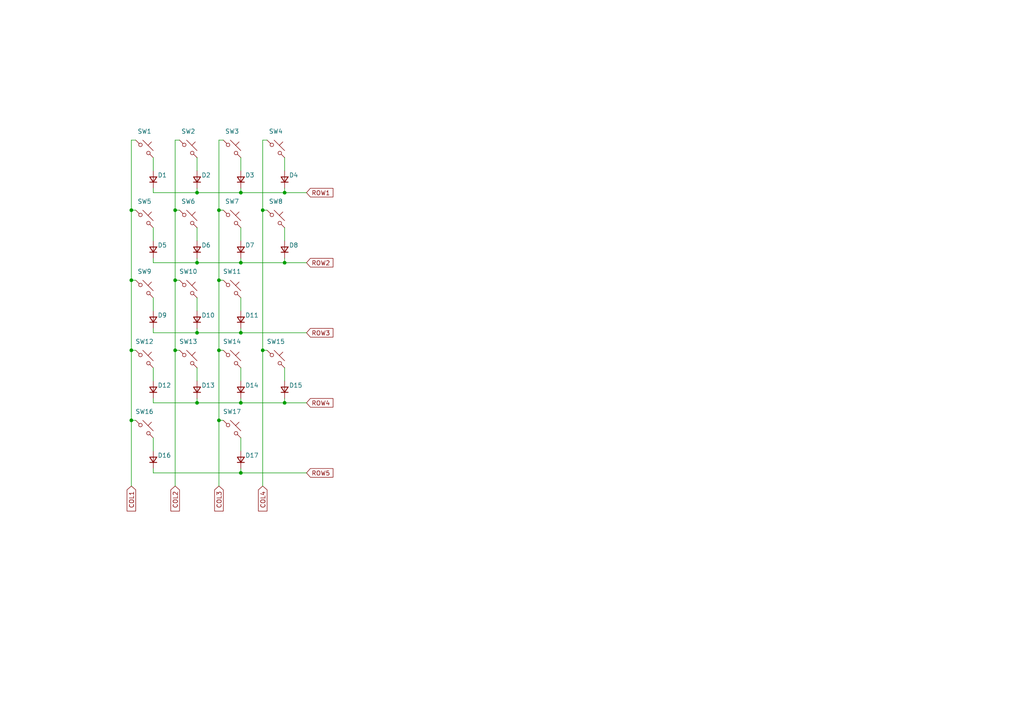
<source format=kicad_sch>
(kicad_sch (version 20231120) (generator "eeschema") (generator_version "8.0")
  (paper "A4")
  (lib_symbols
    (symbol "Device:D_Small" (pin_numbers hide) (pin_names (offset 0.254) hide)
      (property "Reference" "D" (at -1.27 2.032 0))
      (property "Value" "D_Small" (at -3.81 -2.032 0))
      (symbol "D_Small_0_1"
        (polyline (pts (xy -0.762 -1.016) (xy -0.762 1.016)) (stroke (width 0.254)))
        (polyline (pts (xy -0.762 0) (xy 0.762 0)))
        (polyline (pts (xy 0.762 -1.016) (xy -0.762 0) (xy 0.762 1.016) (xy 0.762 -1.016)) (stroke (width 0.254)))
      )
      (symbol "D_Small_1_1"
        (pin passive line (at -2.54 0 0) (length 1.778) (name "K") (number "1"))
        (pin passive line (at 2.54 0 180) (length 1.778) (name "A") (number "2"))
      )
    )
    (symbol "Switch:SW_Push_45deg" (pin_numbers hide) (pin_names (offset 1.016) hide)
      (property "Reference" "SW" (at 3.048 1.016 0))
      (property "Value" "SW_Push_45deg" (at 0 -3.81 0))
      (symbol "SW_Push_45deg_0_1"
        (circle (center -1.1684 1.1684) (radius 0.508))
        (polyline (pts (xy -0.508 2.54) (xy 2.54 -0.508)))
        (polyline (pts (xy 1.016 1.016) (xy 2.032 2.032)))
        (polyline (pts (xy -2.54 2.54) (xy -1.524 1.524) (xy -1.524 1.524)))
        (polyline (pts (xy 1.524 -1.524) (xy 2.54 -2.54) (xy 2.54 -2.54) (xy 2.54 -2.54)))
        (circle (center 1.143 -1.1938) (radius 0.508))
        (pin passive line (at -2.54 2.54 0) (length 0) (name "1") (number "1"))
        (pin passive line (at 2.54 -2.54 180) (length 0) (name "2") (number "2"))
      )
    )
  )
  (junction (at 57.15 55.88))
  (junction (at 57.15 96.52))
  (junction (at 63.5 121.92))
  (junction (at 50.8 81.28))
  (junction (at 38.1 60.96))
  (junction (at 82.55 55.88))
  (junction (at 63.5 101.6))
  (junction (at 38.1 101.6))
  (junction (at 50.8 101.6))
  (junction (at 38.1 81.28))
  (junction (at 69.85 116.84))
  (junction (at 63.5 81.28))
  (junction (at 82.55 76.2))
  (junction (at 82.55 116.84))
  (junction (at 38.1 121.92))
  (junction (at 69.85 76.2))
  (junction (at 50.8 60.96))
  (junction (at 69.85 96.52))
  (junction (at 69.85 55.88))
  (junction (at 76.2 101.6))
  (junction (at 57.15 76.2))
  (junction (at 63.5 60.96))
  (junction (at 76.2 60.96))
  (junction (at 69.85 137.16))
  (junction (at 57.15 116.84))
  (wire (pts (xy 57.15 76.2) (xy 69.85 76.2)))
  (wire (pts (xy 82.55 66.04) (xy 82.55 69.85)))
  (wire (pts (xy 64.77 40.64) (xy 63.5 40.64)))
  (wire (pts (xy 39.37 81.28) (xy 38.1 81.28)))
  (wire (pts (xy 44.45 66.04) (xy 44.45 69.85)))
  (wire (pts (xy 69.85 95.25) (xy 69.85 96.52)))
  (wire (pts (xy 52.07 81.28) (xy 50.8 81.28)))
  (wire (pts (xy 57.15 45.72) (xy 57.15 49.53)))
  (wire (pts (xy 77.47 60.96) (xy 76.2 60.96)))
  (wire (pts (xy 82.55 115.57) (xy 82.55 116.84)))
  (wire (pts (xy 44.45 54.61) (xy 44.45 55.88)))
  (wire (pts (xy 44.45 127) (xy 44.45 130.81)))
  (wire (pts (xy 57.15 115.57) (xy 57.15 116.84)))
  (wire (pts (xy 44.45 115.57) (xy 44.45 116.84)))
  (wire (pts (xy 64.77 121.92) (xy 63.5 121.92)))
  (wire (pts (xy 52.07 40.64) (xy 50.8 40.64)))
  (wire (pts (xy 82.55 54.61) (xy 82.55 55.88)))
  (wire (pts (xy 82.55 45.72) (xy 82.55 49.53)))
  (wire (pts (xy 50.8 60.96) (xy 50.8 81.28)))
  (wire (pts (xy 50.8 101.6) (xy 50.8 140.97)))
  (wire (pts (xy 39.37 101.6) (xy 38.1 101.6)))
  (wire (pts (xy 44.45 116.84) (xy 57.15 116.84)))
  (wire (pts (xy 69.85 55.88) (xy 82.55 55.88)))
  (wire (pts (xy 69.85 76.2) (xy 82.55 76.2)))
  (wire (pts (xy 64.77 81.28) (xy 63.5 81.28)))
  (wire (pts (xy 57.15 96.52) (xy 69.85 96.52)))
  (wire (pts (xy 39.37 60.96) (xy 38.1 60.96)))
  (wire (pts (xy 44.45 55.88) (xy 57.15 55.88)))
  (wire (pts (xy 76.2 40.64) (xy 76.2 60.96)))
  (wire (pts (xy 82.55 116.84) (xy 88.9 116.84)))
  (wire (pts (xy 69.85 135.89) (xy 69.85 137.16)))
  (wire (pts (xy 69.85 96.52) (xy 88.9 96.52)))
  (wire (pts (xy 57.15 116.84) (xy 69.85 116.84)))
  (wire (pts (xy 38.1 101.6) (xy 38.1 121.92)))
  (wire (pts (xy 44.45 74.93) (xy 44.45 76.2)))
  (wire (pts (xy 77.47 40.64) (xy 76.2 40.64)))
  (wire (pts (xy 63.5 101.6) (xy 63.5 121.92)))
  (wire (pts (xy 44.45 96.52) (xy 57.15 96.52)))
  (wire (pts (xy 76.2 101.6) (xy 76.2 140.97)))
  (wire (pts (xy 77.47 101.6) (xy 76.2 101.6)))
  (wire (pts (xy 69.85 66.04) (xy 69.85 69.85)))
  (wire (pts (xy 44.45 135.89) (xy 44.45 137.16)))
  (wire (pts (xy 64.77 101.6) (xy 63.5 101.6)))
  (wire (pts (xy 57.15 74.93) (xy 57.15 76.2)))
  (wire (pts (xy 82.55 106.68) (xy 82.55 110.49)))
  (wire (pts (xy 57.15 106.68) (xy 57.15 110.49)))
  (wire (pts (xy 57.15 55.88) (xy 69.85 55.88)))
  (wire (pts (xy 50.8 40.64) (xy 50.8 60.96)))
  (wire (pts (xy 63.5 121.92) (xy 63.5 140.97)))
  (wire (pts (xy 69.85 86.36) (xy 69.85 90.17)))
  (wire (pts (xy 44.45 45.72) (xy 44.45 49.53)))
  (wire (pts (xy 69.85 127) (xy 69.85 130.81)))
  (wire (pts (xy 39.37 40.64) (xy 38.1 40.64)))
  (wire (pts (xy 64.77 60.96) (xy 63.5 60.96)))
  (wire (pts (xy 69.85 45.72) (xy 69.85 49.53)))
  (wire (pts (xy 38.1 60.96) (xy 38.1 81.28)))
  (wire (pts (xy 57.15 95.25) (xy 57.15 96.52)))
  (wire (pts (xy 44.45 95.25) (xy 44.45 96.52)))
  (wire (pts (xy 69.85 116.84) (xy 82.55 116.84)))
  (wire (pts (xy 38.1 40.64) (xy 38.1 60.96)))
  (wire (pts (xy 38.1 121.92) (xy 38.1 140.97)))
  (wire (pts (xy 39.37 121.92) (xy 38.1 121.92)))
  (wire (pts (xy 50.8 81.28) (xy 50.8 101.6)))
  (wire (pts (xy 69.85 74.93) (xy 69.85 76.2)))
  (wire (pts (xy 63.5 60.96) (xy 63.5 81.28)))
  (wire (pts (xy 52.07 60.96) (xy 50.8 60.96)))
  (wire (pts (xy 57.15 86.36) (xy 57.15 90.17)))
  (wire (pts (xy 44.45 76.2) (xy 57.15 76.2)))
  (wire (pts (xy 82.55 74.93) (xy 82.55 76.2)))
  (wire (pts (xy 69.85 106.68) (xy 69.85 110.49)))
  (wire (pts (xy 52.07 101.6) (xy 50.8 101.6)))
  (wire (pts (xy 63.5 81.28) (xy 63.5 101.6)))
  (wire (pts (xy 44.45 137.16) (xy 69.85 137.16)))
  (wire (pts (xy 82.55 76.2) (xy 88.9 76.2)))
  (wire (pts (xy 57.15 54.61) (xy 57.15 55.88)))
  (wire (pts (xy 82.55 55.88) (xy 88.9 55.88)))
  (wire (pts (xy 44.45 86.36) (xy 44.45 90.17)))
  (wire (pts (xy 69.85 54.61) (xy 69.85 55.88)))
  (wire (pts (xy 76.2 60.96) (xy 76.2 101.6)))
  (wire (pts (xy 63.5 40.64) (xy 63.5 60.96)))
  (wire (pts (xy 57.15 66.04) (xy 57.15 69.85)))
  (wire (pts (xy 69.85 115.57) (xy 69.85 116.84)))
  (wire (pts (xy 44.45 106.68) (xy 44.45 110.49)))
  (wire (pts (xy 38.1 81.28) (xy 38.1 101.6)))
  (wire (pts (xy 69.85 137.16) (xy 88.9 137.16)))
  (global_label "ROW4" (shape input) (at 88.9 116.84 0) (property "Intersheetrefs" "${INTERSHEET_REFS}" (effects (hide yes))))
  (global_label "ROW3" (shape input) (at 88.9 96.52 0) (property "Intersheetrefs" "${INTERSHEET_REFS}" (effects (hide yes))))
  (global_label "ROW2" (shape input) (at 88.9 76.2 0) (property "Intersheetrefs" "${INTERSHEET_REFS}" (effects (hide yes))))
  (global_label "COL1" (shape input) (at 38.1 140.97 270) (property "Intersheetrefs" "${INTERSHEET_REFS}" (effects (hide yes))))
  (global_label "COL4" (shape input) (at 76.2 140.97 270) (property "Intersheetrefs" "${INTERSHEET_REFS}" (effects (hide yes))))
  (global_label "COL3" (shape input) (at 63.5 140.97 270) (property "Intersheetrefs" "${INTERSHEET_REFS}" (effects (hide yes))))
  (global_label "ROW1" (shape input) (at 88.9 55.88 0) (property "Intersheetrefs" "${INTERSHEET_REFS}" (effects (hide yes))))
  (global_label "COL2" (shape input) (at 50.8 140.97 270) (property "Intersheetrefs" "${INTERSHEET_REFS}" (effects (hide yes))))
  (global_label "ROW5" (shape input) (at 88.9 137.16 0) (property "Intersheetrefs" "${INTERSHEET_REFS}" (effects (hide yes))))
  (symbol (lib_id "Device:D_Small") (at 57.15 52.07 90) (unit 1)
    (property "Reference" "D2" (at 58.42 50.8 90) (effects (justify right)))
    (property "Value" "D" (effects (hide yes)))
    (property "Footprint" "Diode_SMD:D_SOD-123" (effects (hide yes)))
    (property "Sim.Device" "D" (effects (hide yes)))
    (property "Sim.Pins" "1=K 2=A" (effects (hide yes)))
  )
  (symbol (lib_id "Switch:SW_Push_45deg") (at 41.91 63.5 0) (unit 1)
    (property "Reference" "SW5" (at 41.91 58.42 0))
    (property "Value" "SW_Push" (effects (hide yes)))
    (property "Footprint" "MX_Alps_Hybrid:MX-Alps-Hybrid-1U" (effects (hide yes)))
  )
  (symbol (lib_id "Switch:SW_Push_45deg") (at 67.31 104.14 0) (unit 1)
    (property "Reference" "SW14" (at 67.31 99.06 0))
    (property "Value" "SW_Push" (effects (hide yes)))
    (property "Footprint" "MX_Alps_Hybrid:MX-Alps-Hybrid-1U" (effects (hide yes)))
  )
  (symbol (lib_id "Device:D_Small") (at 69.85 52.07 90) (unit 1)
    (property "Reference" "D3" (at 71.12 50.8 90) (effects (justify right)))
    (property "Value" "D" (effects (hide yes)))
    (property "Footprint" "Diode_SMD:D_SOD-123" (effects (hide yes)))
    (property "Sim.Device" "D" (effects (hide yes)))
    (property "Sim.Pins" "1=K 2=A" (effects (hide yes)))
  )
  (symbol (lib_id "Device:D_Small") (at 69.85 72.39 90) (unit 1)
    (property "Reference" "D7" (at 71.12 71.12 90) (effects (justify right)))
    (property "Value" "D" (effects (hide yes)))
    (property "Footprint" "Diode_SMD:D_SOD-123" (effects (hide yes)))
    (property "Sim.Device" "D" (effects (hide yes)))
    (property "Sim.Pins" "1=K 2=A" (effects (hide yes)))
  )
  (symbol (lib_id "Device:D_Small") (at 44.45 113.03 90) (unit 1)
    (property "Reference" "D12" (at 45.72 111.76 90) (effects (justify right)))
    (property "Value" "D" (effects (hide yes)))
    (property "Footprint" "Diode_SMD:D_SOD-123" (effects (hide yes)))
    (property "Sim.Device" "D" (effects (hide yes)))
    (property "Sim.Pins" "1=K 2=A" (effects (hide yes)))
  )
  (symbol (lib_id "Switch:SW_Push_45deg") (at 67.31 83.82 0) (unit 1)
    (property "Reference" "SW11" (at 67.31 78.74 0))
    (property "Value" "SW_Push" (effects (hide yes)))
    (property "Footprint" "MX_Alps_Hybrid:MX-Alps-Hybrid-1U" (effects (hide yes)))
  )
  (symbol (lib_id "Device:D_Small") (at 69.85 113.03 90) (unit 1)
    (property "Reference" "D14" (at 71.12 111.76 90) (effects (justify right)))
    (property "Value" "D" (effects (hide yes)))
    (property "Footprint" "Diode_SMD:D_SOD-123" (effects (hide yes)))
    (property "Sim.Device" "D" (effects (hide yes)))
    (property "Sim.Pins" "1=K 2=A" (effects (hide yes)))
  )
  (symbol (lib_id "Device:D_Small") (at 69.85 133.35 90) (unit 1)
    (property "Reference" "D17" (at 71.12 132.08 90) (effects (justify right)))
    (property "Value" "D" (effects (hide yes)))
    (property "Footprint" "Diode_SMD:D_SOD-123" (effects (hide yes)))
    (property "Sim.Device" "D" (effects (hide yes)))
    (property "Sim.Pins" "1=K 2=A" (effects (hide yes)))
  )
  (symbol (lib_id "Device:D_Small") (at 44.45 52.07 90) (unit 1)
    (property "Reference" "D1" (at 45.72 50.8 90) (effects (justify right)))
    (property "Value" "D" (effects (hide yes)))
    (property "Footprint" "Diode_SMD:D_SOD-123" (effects (hide yes)))
    (property "Sim.Device" "D" (effects (hide yes)))
    (property "Sim.Pins" "1=K 2=A" (effects (hide yes)))
  )
  (symbol (lib_id "Device:D_Small") (at 44.45 133.35 90) (unit 1)
    (property "Reference" "D16" (at 45.72 132.08 90) (effects (justify right)))
    (property "Value" "D" (effects (hide yes)))
    (property "Footprint" "Diode_SMD:D_SOD-123" (effects (hide yes)))
    (property "Sim.Device" "D" (effects (hide yes)))
    (property "Sim.Pins" "1=K 2=A" (effects (hide yes)))
  )
  (symbol (lib_id "Switch:SW_Push_45deg") (at 80.01 104.14 0) (unit 1)
    (property "Reference" "SW15" (at 80.01 99.06 0))
    (property "Value" "SW_Push" (effects (hide yes)))
    (property "Footprint" "MX_Alps_Hybrid:MX-Alps-Hybrid-2U" (effects (hide yes)))
  )
  (symbol (lib_id "Device:D_Small") (at 57.15 72.39 90) (unit 1)
    (property "Reference" "D6" (at 58.42 71.12 90) (effects (justify right)))
    (property "Value" "D" (effects (hide yes)))
    (property "Footprint" "Diode_SMD:D_SOD-123" (effects (hide yes)))
    (property "Sim.Device" "D" (effects (hide yes)))
    (property "Sim.Pins" "1=K 2=A" (effects (hide yes)))
  )
  (symbol (lib_id "Switch:SW_Push_45deg") (at 41.91 124.46 0) (unit 1)
    (property "Reference" "SW16" (at 41.91 119.38 0))
    (property "Value" "SW_Push" (effects (hide yes)))
    (property "Footprint" "MX_Alps_Hybrid:MX-Alps-Hybrid-2U" (effects (hide yes)))
  )
  (symbol (lib_id "Switch:SW_Push_45deg") (at 41.91 83.82 0) (unit 1)
    (property "Reference" "SW9" (at 41.91 78.74 0))
    (property "Value" "SW_Push" (effects (hide yes)))
    (property "Footprint" "MX_Alps_Hybrid:MX-Alps-Hybrid-1U" (effects (hide yes)))
  )
  (symbol (lib_id "Switch:SW_Push_45deg") (at 54.61 104.14 0) (unit 1)
    (property "Reference" "SW13" (at 54.61 99.06 0))
    (property "Value" "SW_Push" (effects (hide yes)))
    (property "Footprint" "MX_Alps_Hybrid:MX-Alps-Hybrid-1U" (effects (hide yes)))
  )
  (symbol (lib_id "Switch:SW_Push_45deg") (at 41.91 104.14 0) (unit 1)
    (property "Reference" "SW12" (at 41.91 99.06 0))
    (property "Value" "SW_Push" (effects (hide yes)))
    (property "Footprint" "MX_Alps_Hybrid:MX-Alps-Hybrid-1U" (effects (hide yes)))
  )
  (symbol (lib_id "Switch:SW_Push_45deg") (at 80.01 43.18 0) (unit 1)
    (property "Reference" "SW4" (at 80.01 38.1 0))
    (property "Value" "SW_Push" (effects (hide yes)))
    (property "Footprint" "MX_Alps_Hybrid:MX-Alps-Hybrid-1U" (effects (hide yes)))
  )
  (symbol (lib_id "Switch:SW_Push_45deg") (at 54.61 83.82 0) (unit 1)
    (property "Reference" "SW10" (at 54.61 78.74 0))
    (property "Value" "SW_Push" (effects (hide yes)))
    (property "Footprint" "MX_Alps_Hybrid:MX-Alps-Hybrid-1U" (effects (hide yes)))
  )
  (symbol (lib_id "Device:D_Small") (at 82.55 52.07 90) (unit 1)
    (property "Reference" "D4" (at 83.82 50.8 90) (effects (justify right)))
    (property "Value" "D" (effects (hide yes)))
    (property "Footprint" "Diode_SMD:D_SOD-123" (effects (hide yes)))
    (property "Sim.Device" "D" (effects (hide yes)))
    (property "Sim.Pins" "1=K 2=A" (effects (hide yes)))
  )
  (symbol (lib_id "Device:D_Small") (at 44.45 92.71 90) (unit 1)
    (property "Reference" "D9" (at 45.72 91.44 90) (effects (justify right)))
    (property "Value" "D" (effects (hide yes)))
    (property "Footprint" "Diode_SMD:D_SOD-123" (effects (hide yes)))
    (property "Sim.Device" "D" (effects (hide yes)))
    (property "Sim.Pins" "1=K 2=A" (effects (hide yes)))
  )
  (symbol (lib_id "Device:D_Small") (at 82.55 72.39 90) (unit 1)
    (property "Reference" "D8" (at 83.82 71.12 90) (effects (justify right)))
    (property "Value" "D" (effects (hide yes)))
    (property "Footprint" "Diode_SMD:D_SOD-123" (effects (hide yes)))
    (property "Sim.Device" "D" (effects (hide yes)))
    (property "Sim.Pins" "1=K 2=A" (effects (hide yes)))
  )
  (symbol (lib_id "Switch:SW_Push_45deg") (at 54.61 43.18 0) (unit 1)
    (property "Reference" "SW2" (at 54.61 38.1 0))
    (property "Value" "SW_Push" (effects (hide yes)))
    (property "Footprint" "MX_Alps_Hybrid:MX-Alps-Hybrid-1U" (effects (hide yes)))
  )
  (symbol (lib_id "Device:D_Small") (at 44.45 72.39 90) (unit 1)
    (property "Reference" "D5" (at 45.72 71.12 90) (effects (justify right)))
    (property "Value" "D" (effects (hide yes)))
    (property "Footprint" "Diode_SMD:D_SOD-123" (effects (hide yes)))
    (property "Sim.Device" "D" (effects (hide yes)))
    (property "Sim.Pins" "1=K 2=A" (effects (hide yes)))
  )
  (symbol (lib_id "Device:D_Small") (at 57.15 113.03 90) (unit 1)
    (property "Reference" "D13" (at 58.42 111.76 90) (effects (justify right)))
    (property "Value" "D" (effects (hide yes)))
    (property "Footprint" "Diode_SMD:D_SOD-123" (effects (hide yes)))
    (property "Sim.Device" "D" (effects (hide yes)))
    (property "Sim.Pins" "1=K 2=A" (effects (hide yes)))
  )
  (symbol (lib_id "Device:D_Small") (at 69.85 92.71 90) (unit 1)
    (property "Reference" "D11" (at 71.12 91.44 90) (effects (justify right)))
    (property "Value" "D" (effects (hide yes)))
    (property "Footprint" "Diode_SMD:D_SOD-123" (effects (hide yes)))
    (property "Sim.Device" "D" (effects (hide yes)))
    (property "Sim.Pins" "1=K 2=A" (effects (hide yes)))
  )
  (symbol (lib_id "Device:D_Small") (at 82.55 113.03 90) (unit 1)
    (property "Reference" "D15" (at 83.82 111.76 90) (effects (justify right)))
    (property "Value" "D" (effects (hide yes)))
    (property "Footprint" "Diode_SMD:D_SOD-123" (effects (hide yes)))
    (property "Sim.Device" "D" (effects (hide yes)))
    (property "Sim.Pins" "1=K 2=A" (effects (hide yes)))
  )
  (symbol (lib_id "Device:D_Small") (at 57.15 92.71 90) (unit 1)
    (property "Reference" "D10" (at 58.42 91.44 90) (effects (justify right)))
    (property "Value" "D" (effects (hide yes)))
    (property "Footprint" "Diode_SMD:D_SOD-123" (effects (hide yes)))
    (property "Sim.Device" "D" (effects (hide yes)))
    (property "Sim.Pins" "1=K 2=A" (effects (hide yes)))
  )
  (symbol (lib_id "Switch:SW_Push_45deg") (at 80.01 63.5 0) (unit 1)
    (property "Reference" "SW8" (at 80.01 58.42 0))
    (property "Value" "SW_Push" (effects (hide yes)))
    (property "Footprint" "MX_Alps_Hybrid:MX-Alps-Hybrid-2U" (effects (hide yes)))
  )
  (symbol (lib_id "Switch:SW_Push_45deg") (at 54.61 63.5 0) (unit 1)
    (property "Reference" "SW6" (at 54.61 58.42 0))
    (property "Value" "SW_Push" (effects (hide yes)))
    (property "Footprint" "MX_Alps_Hybrid:MX-Alps-Hybrid-1U" (effects (hide yes)))
  )
  (symbol (lib_id "Switch:SW_Push_45deg") (at 67.31 43.18 0) (unit 1)
    (property "Reference" "SW3" (at 67.31 38.1 0))
    (property "Value" "SW_Push" (effects (hide yes)))
    (property "Footprint" "MX_Alps_Hybrid:MX-Alps-Hybrid-1U" (effects (hide yes)))
  )
  (symbol (lib_id "Switch:SW_Push_45deg") (at 41.91 43.18 0) (unit 1)
    (property "Reference" "SW1" (at 41.91 38.1 0))
    (property "Value" "SW_Push" (effects (hide yes)))
    (property "Footprint" "MX_Alps_Hybrid:MX-Alps-Hybrid-1U" (effects (hide yes)))
  )
  (symbol (lib_id "Switch:SW_Push_45deg") (at 67.31 124.46 0) (unit 1)
    (property "Reference" "SW17" (at 67.31 119.38 0))
    (property "Value" "SW_Push" (effects (hide yes)))
    (property "Footprint" "MX_Alps_Hybrid:MX-Alps-Hybrid-1U" (effects (hide yes)))
  )
  (symbol (lib_id "Switch:SW_Push_45deg") (at 67.31 63.5 0) (unit 1)
    (property "Reference" "SW7" (at 67.31 58.42 0))
    (property "Value" "SW_Push" (effects (hide yes)))
    (property "Footprint" "MX_Alps_Hybrid:MX-Alps-Hybrid-1U" (effects (hide yes)))
  )
)
</source>
